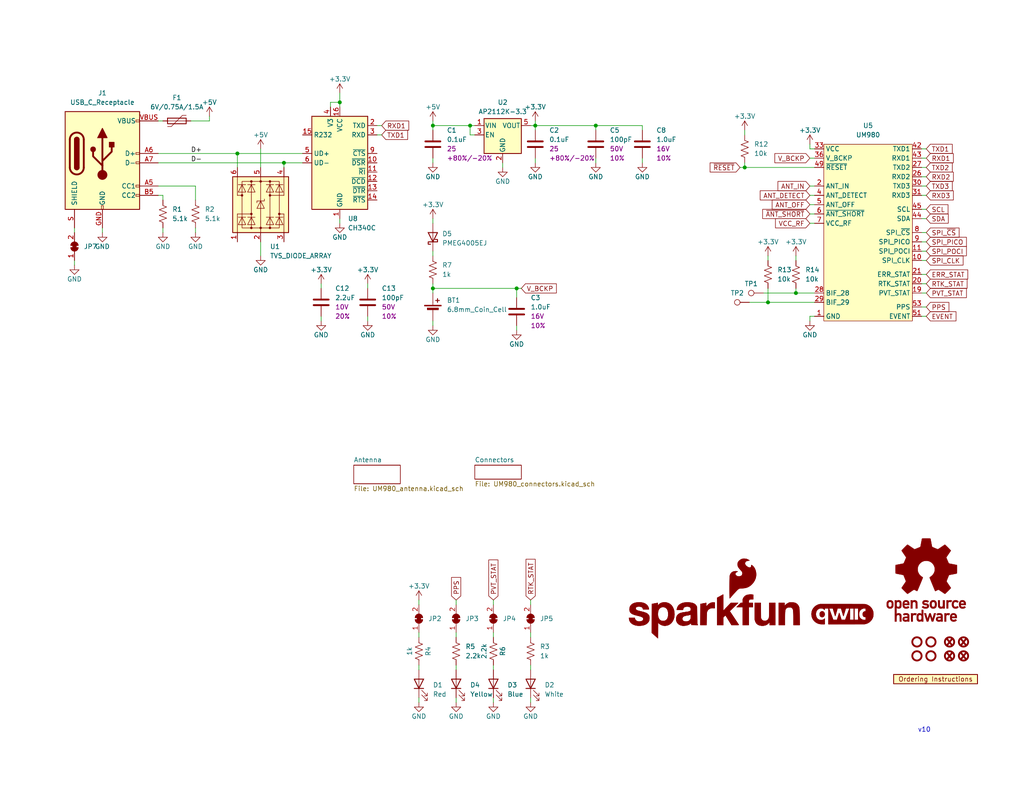
<source format=kicad_sch>
(kicad_sch (version 20230121) (generator eeschema)
  (paper "USLetter")
  (lib_symbols
    (symbol "SparkFun-Aesthetic:Fiducial_0.5"
      (symbol "Fiducial_0.5_1_1"
        (text "x" (at 0 0.254 0) (effects (font (size 2.5 2.5) bold)))
      )
    )
    (symbol "SparkFun-Aesthetic:OSHW_Logo" (pin_names (offset 1.016)) (in_bom no))
    (symbol "SparkFun-Aesthetic:Ordering_Instructions"
      (symbol "Ordering_Instructions_1_1"
        (text "Ordering Instructions" (at 1.27 0 0) (effects (font (size 1.27 1.27))))
      )
    )
    (symbol "SparkFun-Aesthetic:SparkFun_Logo" (pin_names (offset 1.016)))
    (symbol "SparkFun-Aesthetic:qwiic_Logo" (pin_names (offset 1.016)))
    (symbol "SparkFun-Battery:BATTERY_6.8mm_ML414H_IV01E" (pin_numbers hide) (pin_names (offset 0) hide)
      (property "Reference" "BT" (at 2.54 2.54 0))
      (property "Value" "6.8mm_Coin_Cell" (at 2.54 0 0))
      (symbol "BATTERY_6.8mm_ML414H_IV01E_1_1"
        (pin passive line (at 0 5.08 270) (length 2.54) (name "+") (number "+"))
        (pin passive line (at 0 -2.54 90) (length 2.54) (name "-") (number "-"))
      )
    )
    (symbol "SparkFun-Capacitor:0.1uF_0603_25V_20%" (pin_numbers hide) (pin_names (offset 0.254))
      (property "Reference" "C" (at 0.635 2.54 0))
      (property "Value" "0.1uF_0603_25V_20%" (at 0.635 -2.54 0))
      (property "Voltage" "25" (at 0 -6.35 0))
      (property "Tolerance" "+80%/-20%" (at 0 -8.89 0))
      (symbol "0.1uF_0603_25V_20%_1_1"
        (pin passive line (at 0 3.81 270) (length 2.794) (name "~") (number "1"))
        (pin passive line (at 0 -3.81 90) (length 2.794) (name "~") (number "2"))
      )
    )
    (symbol "SparkFun-Capacitor:1.0uF_0603_16V_10%" (pin_numbers hide) (pin_names (offset 0.254))
      (property "Reference" "C" (at 0.635 2.54 0))
      (property "Value" "1.0uF" (at 0.635 -2.54 0))
      (property "Voltage" "16V" (at 0 -6.35 0))
      (property "Tolerance" "10%" (at 0 -8.89 0))
      (symbol "1.0uF_0603_16V_10%_1_1"
        (pin passive line (at 0 3.81 270) (length 2.794) (name "~") (number "1"))
        (pin passive line (at 0 -3.81 90) (length 2.794) (name "~") (number "2"))
      )
    )
    (symbol "SparkFun-Capacitor:100pF_0603_50V_10%" (pin_numbers hide) (pin_names (offset 0.254))
      (property "Reference" "C" (at 0.635 2.54 0))
      (property "Value" "100pF" (at 0.635 -2.54 0))
      (property "Voltage" "50V" (at 0 -8.89 0))
      (property "Tolerance" "10%" (at 0 -6.35 0))
      (symbol "100pF_0603_50V_10%_1_1"
        (pin passive line (at 0 3.81 270) (length 2.794) (name "~") (number "1"))
        (pin passive line (at 0 -3.81 90) (length 2.794) (name "~") (number "2"))
      )
    )
    (symbol "SparkFun-Capacitor:2.2uF_0603_10V_20%" (pin_numbers hide) (pin_names (offset 0.254))
      (property "Reference" "C" (at 0.635 2.54 0))
      (property "Value" "2.2uF" (at 0.635 -2.54 0))
      (property "Voltage" "10V" (at 0 -6.35 0))
      (property "Tolerance" "20%" (at 0 -8.89 0))
      (symbol "2.2uF_0603_10V_20%_1_1"
        (pin passive line (at 0 3.81 270) (length 2.794) (name "~") (number "1"))
        (pin passive line (at 0 -3.81 90) (length 2.794) (name "~") (number "2"))
      )
    )
    (symbol "SparkFun-Connector:TestPoint_PTH" (pin_numbers hide) (pin_names (offset 0.762) hide)
      (property "Reference" "TP" (at 0 5.08 0))
      (symbol "TestPoint_PTH_1_1"
        (pin passive line (at 0 0 90) (length 2.54) (name "1") (number "1"))
      )
    )
    (symbol "SparkFun-Connector:USB_C_Receptacle" (pin_names (offset 1.016))
      (property "Reference" "J" (at -10.16 12.7 0))
      (property "Value" "USB_C_Receptacle" (at 19.05 12.7 0))
      (symbol "USB_C_Receptacle_1_1"
        (pin bidirectional line (at 15.24 -8.89 180) (length 5.08) (name "CC1") (number "A5"))
        (pin bidirectional line (at 15.24 0 180) (length 5.08) (name "D+") (number "A6"))
        (pin bidirectional line (at 15.24 -2.54 180) (length 5.08) (name "D-") (number "A7"))
        (pin bidirectional line (at 15.24 -11.43 180) (length 5.08) (name "CC2") (number "B5"))
        (pin bidirectional line (at 15.24 0 180) (length 5.08) hide (name "D+") (number "B6"))
        (pin bidirectional line (at 15.24 -2.54 180) (length 5.08) hide (name "D-") (number "B7"))
        (pin passive line (at 0 -20.32 90) (length 5.08) (name "GND") (number "GND"))
        (pin passive line (at -7.62 -20.32 90) (length 5.08) (name "SHIELD") (number "S"))
        (pin passive line (at 15.24 8.89 180) (length 5.08) (name "VBUS") (number "VBUS"))
      )
    )
    (symbol "SparkFun-DiscreteSemi:Diode_Schottky_0.5A_40V_0.42V" (pin_numbers hide) (pin_names (offset 1.016) hide)
      (property "Reference" "D" (at 0 2.54 0))
      (property "Value" "PMEG4005EJ" (at 0 -2.54 0))
      (symbol "Diode_Schottky_0.5A_40V_0.42V_1_1"
        (pin passive line (at 3.81 0 180) (length 2.54) (name "A") (number "A"))
        (pin passive line (at -3.81 0 0) (length 2.54) (name "C") (number "C"))
      )
    )
    (symbol "SparkFun-DiscreteSemi:TVS_DIODE_ARRAY" (pin_names hide)
      (property "Reference" "U" (at 2.54 7.62 0))
      (property "Value" "TVS_DIODE_ARRAY" (at 7.62 -10.16 0))
      (symbol "TVS_DIODE_ARRAY_1_1"
        (pin passive line (at -6.35 -11.43 90) (length 2.54) (name "I/O1") (number "1"))
        (pin passive line (at 0 -11.43 90) (length 2.54) (name "GND") (number "2"))
        (pin passive line (at 6.35 -11.43 90) (length 2.54) (name "I/O2") (number "3"))
        (pin passive line (at 6.35 8.89 270) (length 2.54) (name "I/O3") (number "4"))
        (pin passive line (at 0 8.89 270) (length 2.54) (name "VCC") (number "5"))
        (pin passive line (at -6.35 8.89 270) (length 2.54) (name "I/O4") (number "6"))
      )
    )
    (symbol "SparkFun-Fuse:Fuse 6V/0.75A/1.5A" (pin_numbers hide) (pin_names (offset 0))
      (property "Reference" "F" (at -2.54 0 90))
      (property "Value" "6V/0.75A/1.5A" (at 2.54 0 90))
      (symbol "Fuse 6V/0.75A/1.5A_1_1"
        (pin passive line (at 0 3.81 270) (length 1.27) (name "~") (number "1"))
        (pin passive line (at 0 -3.81 90) (length 1.27) (name "~") (number "2"))
      )
    )
    (symbol "SparkFun-GPS:UM980"
      (property "Reference" "U" (at -11.43 24.13 0))
      (property "Value" "UM980" (at -8.89 -26.67 0))
      (symbol "UM980_1_1"
        (pin power_in line (at -15.24 -24.13 0) (length 2.54) (name "GND") (number "1"))
        (pin input line (at 13.97 -8.89 180) (length 2.54) (name "SPI_CLK") (number "10"))
        (pin power_in line (at -15.24 -24.13 0) (length 2.54) hide (name "GND") (number "100"))
        (pin power_in line (at -15.24 -24.13 0) (length 2.54) hide (name "GND") (number "101"))
        (pin power_in line (at -15.24 -24.13 0) (length 2.54) hide (name "GND") (number "102"))
        (pin output line (at 13.97 -6.35 180) (length 2.54) (name "SPI_POCI") (number "11"))
        (pin power_in line (at -15.24 -24.13 0) (length 2.54) hide (name "GND") (number "12"))
        (pin power_in line (at -15.24 -24.13 0) (length 2.54) hide (name "GND") (number "14"))
        (pin output line (at 13.97 -17.78 180) (length 2.54) (name "PVT_STAT") (number "19"))
        (pin input line (at -15.24 11.43 0) (length 2.54) (name "ANT_IN") (number "2"))
        (pin output line (at 13.97 -15.24 180) (length 2.54) (name "RTK_STAT") (number "20"))
        (pin output line (at 13.97 -12.7 180) (length 2.54) (name "ERR_STAT") (number "21"))
        (pin input line (at 13.97 13.97 180) (length 2.54) (name "RXD2") (number "26"))
        (pin output line (at 13.97 16.51 180) (length 2.54) (name "TXD2") (number "27"))
        (pin output line (at -15.24 -17.78 0) (length 2.54) (name "BIF_28") (number "28"))
        (pin output line (at -15.24 -20.32 0) (length 2.54) (name "BIF_29") (number "29"))
        (pin power_in line (at -15.24 -24.13 0) (length 2.54) hide (name "GND") (number "3"))
        (pin output line (at 13.97 11.43 180) (length 2.54) (name "TXD3") (number "30"))
        (pin input line (at 13.97 8.89 180) (length 2.54) (name "RXD3") (number "31"))
        (pin power_in line (at -15.24 -24.13 0) (length 2.54) hide (name "GND") (number "32"))
        (pin power_in line (at -15.24 21.59 0) (length 2.54) (name "VCC") (number "33"))
        (pin power_in line (at -15.24 21.59 0) (length 2.54) hide (name "VCC") (number "34"))
        (pin power_in line (at -15.24 19.05 0) (length 2.54) (name "V_BCKP") (number "36"))
        (pin power_in line (at -15.24 -24.13 0) (length 2.54) hide (name "GND") (number "37"))
        (pin input line (at -15.24 8.89 0) (length 2.54) (name "ANT_DETECT") (number "4"))
        (pin power_in line (at -15.24 -24.13 0) (length 2.54) hide (name "GND") (number "41"))
        (pin output line (at 13.97 21.59 180) (length 2.54) (name "TXD1") (number "42"))
        (pin input line (at 13.97 19.05 180) (length 2.54) (name "RXD1") (number "43"))
        (pin bidirectional line (at 13.97 2.54 180) (length 2.54) (name "SDA") (number "44"))
        (pin bidirectional line (at 13.97 5.08 180) (length 2.54) (name "SCL") (number "45"))
        (pin power_in line (at -15.24 -24.13 0) (length 2.54) hide (name "GND") (number "48"))
        (pin bidirectional line (at -15.24 16.51 0) (length 2.54) (name "~{RESET}") (number "49"))
        (pin output line (at -15.24 6.35 0) (length 2.54) (name "ANT_OFF") (number "5"))
        (pin input line (at 13.97 -24.13 180) (length 2.54) (name "EVENT") (number "51"))
        (pin output line (at 13.97 -21.59 180) (length 2.54) (name "PPS") (number "53"))
        (pin power_in line (at -15.24 -24.13 0) (length 2.54) hide (name "GND") (number "55"))
        (pin power_in line (at -15.24 -24.13 0) (length 2.54) hide (name "GND") (number "56"))
        (pin power_in line (at -15.24 -24.13 0) (length 2.54) hide (name "GND") (number "57"))
        (pin power_in line (at -15.24 -24.13 0) (length 2.54) hide (name "GND") (number "58"))
        (pin power_in line (at -15.24 -24.13 0) (length 2.54) hide (name "GND") (number "59"))
        (pin input line (at -15.24 3.81 0) (length 2.54) (name "~{ANT_SHORT}") (number "6"))
        (pin power_in line (at -15.24 -24.13 0) (length 2.54) hide (name "GND") (number "60"))
        (pin power_in line (at -15.24 -24.13 0) (length 2.54) hide (name "GND") (number "61"))
        (pin power_in line (at -15.24 -24.13 0) (length 2.54) hide (name "GND") (number "62"))
        (pin power_in line (at -15.24 -24.13 0) (length 2.54) hide (name "GND") (number "63"))
        (pin power_in line (at -15.24 -24.13 0) (length 2.54) hide (name "GND") (number "64"))
        (pin power_in line (at -15.24 -24.13 0) (length 2.54) hide (name "GND") (number "65"))
        (pin power_in line (at -15.24 -24.13 0) (length 2.54) hide (name "GND") (number "66"))
        (pin power_in line (at -15.24 -24.13 0) (length 2.54) hide (name "GND") (number "67"))
        (pin power_in line (at -15.24 -24.13 0) (length 2.54) hide (name "GND") (number "68"))
        (pin power_in line (at -15.24 -24.13 0) (length 2.54) hide (name "GND") (number "69"))
        (pin power_out line (at -15.24 1.27 0) (length 2.54) (name "VCC_RF") (number "7"))
        (pin power_in line (at -15.24 -24.13 0) (length 2.54) hide (name "GND") (number "70"))
        (pin power_in line (at -15.24 -24.13 0) (length 2.54) hide (name "GND") (number "71"))
        (pin power_in line (at -15.24 -24.13 0) (length 2.54) hide (name "GND") (number "72"))
        (pin power_in line (at -15.24 -24.13 0) (length 2.54) hide (name "GND") (number "73"))
        (pin power_in line (at -15.24 -24.13 0) (length 2.54) hide (name "GND") (number "74"))
        (pin power_in line (at -15.24 -24.13 0) (length 2.54) hide (name "GND") (number "75"))
        (pin power_in line (at -15.24 -24.13 0) (length 2.54) hide (name "GND") (number "76"))
        (pin power_in line (at -15.24 -24.13 0) (length 2.54) hide (name "GND") (number "77"))
        (pin power_in line (at -15.24 -24.13 0) (length 2.54) hide (name "GND") (number "78"))
        (pin power_in line (at -15.24 -24.13 0) (length 2.54) hide (name "GND") (number "79"))
        (pin input line (at 13.97 -1.27 180) (length 2.54) (name "SPI_~{CS}") (number "8"))
        (pin power_in line (at -15.24 -24.13 0) (length 2.54) hide (name "GND") (number "80"))
        (pin power_in line (at -15.24 -24.13 0) (length 2.54) hide (name "GND") (number "81"))
        (pin power_in line (at -15.24 -24.13 0) (length 2.54) hide (name "GND") (number "82"))
        (pin power_in line (at -15.24 -24.13 0) (length 2.54) hide (name "GND") (number "83"))
        (pin power_in line (at -15.24 -24.13 0) (length 2.54) hide (name "GND") (number "84"))
        (pin power_in line (at -15.24 -24.13 0) (length 2.54) hide (name "GND") (number "85"))
        (pin power_in line (at -15.24 -24.13 0) (length 2.54) hide (name "GND") (number "86"))
        (pin power_in line (at -15.24 -24.13 0) (length 2.54) hide (name "GND") (number "87"))
        (pin power_in line (at -15.24 -24.13 0) (length 2.54) hide (name "GND") (number "88"))
        (pin power_in line (at -15.24 -24.13 0) (length 2.54) hide (name "GND") (number "89"))
        (pin input line (at 13.97 -3.81 180) (length 2.54) (name "SPI_PICO") (number "9"))
        (pin power_in line (at -15.24 -24.13 0) (length 2.54) hide (name "GND") (number "90"))
        (pin power_in line (at -15.24 -24.13 0) (length 2.54) hide (name "GND") (number "91"))
        (pin power_in line (at -15.24 -24.13 0) (length 2.54) hide (name "GND") (number "92"))
        (pin power_in line (at -15.24 -24.13 0) (length 2.54) hide (name "GND") (number "93"))
        (pin power_in line (at -15.24 -24.13 0) (length 2.54) hide (name "GND") (number "94"))
        (pin power_in line (at -15.24 -24.13 0) (length 2.54) hide (name "GND") (number "95"))
        (pin power_in line (at -15.24 -24.13 0) (length 2.54) hide (name "GND") (number "96"))
        (pin power_in line (at -15.24 -24.13 0) (length 2.54) hide (name "GND") (number "97"))
        (pin power_in line (at -15.24 -24.13 0) (length 2.54) hide (name "GND") (number "98"))
        (pin power_in line (at -15.24 -24.13 0) (length 2.54) hide (name "GND") (number "99"))
      )
    )
    (symbol "SparkFun-Hardware:Stand_off")
    (symbol "SparkFun-IC-Comm:CH340C"
      (property "Reference" "U2" (at 2.1941 -15.24 0))
      (property "Value" "CH340C" (at 2.1941 -17.78 0))
      (symbol "CH340C_1_1"
        (pin power_in line (at 0 -15.24 90) (length 2.54) (name "GND") (number "1"))
        (pin input line (at 10.16 0 180) (length 2.54) (name "~{DSR}") (number "10"))
        (pin input line (at 10.16 -2.54 180) (length 2.54) (name "~{RI}") (number "11"))
        (pin input line (at 10.16 -5.08 180) (length 2.54) (name "~{DCD}") (number "12"))
        (pin output line (at 10.16 -7.62 180) (length 2.54) (name "~{DTR}") (number "13"))
        (pin output line (at 10.16 -10.16 180) (length 2.54) (name "~{RTS}") (number "14"))
        (pin input line (at -10.16 7.62 0) (length 2.54) (name "R232") (number "15"))
        (pin power_in line (at 0 15.24 270) (length 2.54) (name "VCC") (number "16"))
        (pin output line (at 10.16 10.16 180) (length 2.54) (name "TXD") (number "2"))
        (pin input line (at 10.16 7.62 180) (length 2.54) (name "RXD") (number "3"))
        (pin passive line (at -2.54 15.24 270) (length 2.54) (name "V3") (number "4"))
        (pin bidirectional line (at -10.16 2.54 0) (length 2.54) (name "UD+") (number "5"))
        (pin bidirectional line (at -10.16 0 0) (length 2.54) (name "UD-") (number "6"))
        (pin no_connect line (at -7.62 -7.62 0) (length 2.54) hide (name "NC") (number "7"))
        (pin no_connect line (at -7.62 -10.16 0) (length 2.54) hide (name "NC") (number "8"))
        (pin input line (at 10.16 2.54 180) (length 2.54) (name "~{CTS}") (number "9"))
      )
    )
    (symbol "SparkFun-Jumper:SolderJumper_2_Bridged" (pin_names (offset 0) hide)
      (property "Reference" "JP" (at 0 2.032 0))
      (symbol "SolderJumper_2_Bridged_1_1"
        (pin passive line (at -3.81 0 0) (length 2.54) (name "A") (number "1"))
        (pin passive line (at 3.81 0 180) (length 2.54) (name "B") (number "2"))
      )
    )
    (symbol "SparkFun-LED:LED_Blue_0603" (pin_numbers hide) (pin_names (offset 1.016) hide)
      (property "Reference" "D" (at 0 2.54 0))
      (property "Value" "Blue" (at 0 -2.54 0))
      (symbol "LED_Blue_0603_1_1"
        (pin passive line (at -3.81 0 0) (length 2.54) (name "K") (number "1"))
        (pin passive line (at 3.81 0 180) (length 2.54) (name "A") (number "2"))
      )
    )
    (symbol "SparkFun-LED:LED_Red_0603" (pin_numbers hide) (pin_names (offset 1.016) hide)
      (property "Reference" "D" (at 0 2.54 0))
      (property "Value" "Red" (at 0 -2.54 0))
      (symbol "LED_Red_0603_1_1"
        (pin passive line (at -3.81 0 0) (length 2.54) (name "K") (number "1"))
        (pin passive line (at 3.81 0 180) (length 2.54) (name "A") (number "2"))
      )
    )
    (symbol "SparkFun-LED:LED_White_0603" (pin_numbers hide) (pin_names (offset 1.016) hide)
      (property "Reference" "D" (at 0 2.54 0))
      (property "Value" "White" (at 0 -2.54 0))
      (symbol "LED_White_0603_1_1"
        (pin passive line (at -3.81 0 0) (length 2.54) (name "K") (number "1"))
        (pin passive line (at 3.81 0 180) (length 2.54) (name "A") (number "2"))
      )
    )
    (symbol "SparkFun-LED:LED_Yellow_0603" (pin_numbers hide) (pin_names (offset 1.016) hide)
      (property "Reference" "D" (at 0 2.54 0))
      (property "Value" "Yellow" (at 0 -2.54 0))
      (symbol "LED_Yellow_0603_1_1"
        (pin passive line (at -3.81 0 0) (length 2.54) (name "K") (number "1"))
        (pin passive line (at 3.81 0 180) (length 2.54) (name "A") (number "2"))
      )
    )
    (symbol "SparkFun-Regulator:AP2112K-3.3" (pin_names (offset 0.254))
      (property "Reference" "U3" (at 0 8.89 0))
      (property "Value" "AP2112K-3.3" (at 0 6.35 0))
      (symbol "AP2112K-3.3_1_1"
        (pin power_in line (at -7.62 2.54 0) (length 2.54) (name "VIN") (number "1"))
        (pin power_in line (at 0 -7.62 90) (length 2.54) (name "GND") (number "2"))
        (pin input line (at -7.62 0 0) (length 2.54) (name "EN") (number "3"))
        (pin no_connect line (at 5.08 0 180) (length 2.54) hide (name "NC") (number "4"))
        (pin power_out line (at 7.62 2.54 180) (length 2.54) (name "VOUT") (number "5"))
      )
    )
    (symbol "SparkFun-Resistor:10k_0603" (pin_numbers hide) (pin_names (offset 0))
      (property "Reference" "R" (at 2.54 0 90))
      (property "Value" "10k" (at -2.54 0 90))
      (symbol "10k_0603_1_1"
        (pin passive line (at 0 3.81 270) (length 1.27) (name "~") (number "1"))
        (pin passive line (at 0 -3.81 90) (length 1.27) (name "~") (number "2"))
      )
    )
    (symbol "SparkFun-Resistor:1k_0603" (pin_numbers hide) (pin_names (offset 0))
      (property "Reference" "R" (at 2.54 0 90))
      (property "Value" "1k" (at -2.54 0 90))
      (symbol "1k_0603_1_1"
        (pin passive line (at 0 3.81 270) (length 1.27) (name "~") (number "1"))
        (pin passive line (at 0 -3.81 90) (length 1.27) (name "~") (number "2"))
      )
    )
    (symbol "SparkFun-Resistor:2.2k_0603" (pin_numbers hide) (pin_names (offset 0))
      (property "Reference" "R" (at 2.54 0 90))
      (property "Value" "2.2k" (at -2.54 0 90))
      (symbol "2.2k_0603_1_1"
        (pin passive line (at 0 3.81 270) (length 1.27) (name "~") (number "1"))
        (pin passive line (at 0 -3.81 90) (length 1.27) (name "~") (number "2"))
      )
    )
    (symbol "SparkFun-Resistor:5.1k_0603" (pin_numbers hide) (pin_names (offset 0))
      (property "Reference" "R" (at 2.54 0 90))
      (property "Value" "5.1k" (at -2.54 0 90))
      (symbol "5.1k_0603_1_1"
        (pin passive line (at 0 3.81 270) (length 1.27) (name "~") (number "1"))
        (pin passive line (at 0 -3.81 90) (length 1.27) (name "~") (number "2"))
      )
    )
    (symbol "power:+3.3V" (power) (pin_names (offset 0))
      (property "Value" "+3.3V" (at 0 3.556 0))
      (symbol "+3.3V_1_1"
        (pin power_in line (at 0 0 90) (length 0) hide (name "+3.3V") (number "1"))
      )
    )
    (symbol "power:+5V" (power) (pin_names (offset 0))
      (property "Value" "+5V" (at 0 3.556 0))
      (symbol "+5V_1_1"
        (pin power_in line (at 0 0 90) (length 0) hide (name "+5V") (number "1"))
      )
    )
    (symbol "power:GND" (power) (pin_names (offset 0))
      (property "Value" "GND" (at 0 -3.81 0))
      (symbol "GND_1_1"
        (pin power_in line (at 0 0 270) (length 0) hide (name "GND") (number "1"))
      )
    )
  )
  (junction (at 128.27 34.29))
  (junction (at 64.77 41.91))
  (junction (at 162.56 34.29))
  (junction (at 118.11 34.29))
  (junction (at 92.71 27.94))
  (junction (at 146.05 34.29))
  (junction (at 140.97 78.74))
  (junction (at 118.11 78.74))
  (junction (at 77.47 44.45))
  (junction (at 209.55 82.55))
  (junction (at 203.2 45.72))
  (junction (at 217.17 80.01))
  (wire (pts (xy 251.46 48.26) (xy 252.73 48.26)))
  (wire (pts (xy 144.78 173.99) (xy 144.78 172.72)))
  (wire (pts (xy 43.18 33.02) (xy 44.45 33.02)))
  (wire (pts (xy 251.46 83.82) (xy 252.73 83.82)))
  (wire (pts (xy 251.46 71.12) (xy 252.73 71.12)))
  (wire (pts (xy 146.05 34.29) (xy 162.56 34.29)))
  (wire (pts (xy 77.47 44.45) (xy 77.47 45.72)))
  (wire (pts (xy 77.47 44.45) (xy 82.55 44.45)))
  (wire (pts (xy 87.63 86.36) (xy 87.63 87.63)))
  (wire (pts (xy 220.98 53.34) (xy 222.25 53.34)))
  (wire (pts (xy 114.3 190.5) (xy 114.3 191.77)))
  (wire (pts (xy 146.05 33.02) (xy 146.05 34.29)))
  (wire (pts (xy 175.26 43.18) (xy 175.26 44.45)))
  (wire (pts (xy 251.46 77.47) (xy 252.73 77.47)))
  (wire (pts (xy 102.87 34.29) (xy 104.14 34.29)))
  (wire (pts (xy 146.05 34.29) (xy 146.05 35.56)))
  (wire (pts (xy 251.46 68.58) (xy 252.73 68.58)))
  (wire (pts (xy 129.54 36.83) (xy 128.27 36.83)))
  (wire (pts (xy 118.11 43.18) (xy 118.11 44.45)))
  (wire (pts (xy 220.98 43.18) (xy 222.25 43.18)))
  (wire (pts (xy 44.45 53.34) (xy 44.45 54.61)))
  (wire (pts (xy 90.17 27.94) (xy 92.71 27.94)))
  (wire (pts (xy 220.98 60.96) (xy 222.25 60.96)))
  (wire (pts (xy 52.07 33.02) (xy 57.15 33.02)))
  (wire (pts (xy 92.71 59.69) (xy 92.71 60.96)))
  (wire (pts (xy 144.78 190.5) (xy 144.78 191.77)))
  (wire (pts (xy 251.46 50.8) (xy 252.73 50.8)))
  (wire (pts (xy 114.3 182.88) (xy 114.3 181.61)))
  (wire (pts (xy 134.62 173.99) (xy 134.62 172.72)))
  (wire (pts (xy 43.18 53.34) (xy 44.45 53.34)))
  (wire (pts (xy 118.11 77.47) (xy 118.11 78.74)))
  (wire (pts (xy 220.98 55.88) (xy 222.25 55.88)))
  (wire (pts (xy 44.45 62.23) (xy 44.45 63.5)))
  (wire (pts (xy 118.11 88.9) (xy 118.11 87.63)))
  (wire (pts (xy 251.46 63.5) (xy 252.73 63.5)))
  (wire (pts (xy 114.3 173.99) (xy 114.3 172.72)))
  (wire (pts (xy 118.11 78.74) (xy 140.97 78.74)))
  (wire (pts (xy 220.98 58.42) (xy 222.25 58.42)))
  (wire (pts (xy 140.97 88.9) (xy 140.97 90.17)))
  (wire (pts (xy 53.34 62.23) (xy 53.34 63.5)))
  (wire (pts (xy 64.77 41.91) (xy 82.55 41.91)))
  (wire (pts (xy 144.78 182.88) (xy 144.78 181.61)))
  (wire (pts (xy 217.17 69.85) (xy 217.17 71.12)))
  (wire (pts (xy 162.56 43.18) (xy 162.56 44.45)))
  (wire (pts (xy 92.71 27.94) (xy 92.71 29.21)))
  (wire (pts (xy 137.16 44.45) (xy 137.16 45.72)))
  (wire (pts (xy 87.63 78.74) (xy 87.63 77.47)))
  (wire (pts (xy 217.17 80.01) (xy 222.25 80.01)))
  (wire (pts (xy 71.12 40.64) (xy 71.12 45.72)))
  (wire (pts (xy 251.46 45.72) (xy 252.73 45.72)))
  (wire (pts (xy 251.46 86.36) (xy 252.73 86.36)))
  (wire (pts (xy 64.77 41.91) (xy 64.77 45.72)))
  (wire (pts (xy 118.11 33.02) (xy 118.11 34.29)))
  (wire (pts (xy 220.98 39.37) (xy 220.98 40.64)))
  (wire (pts (xy 251.46 57.15) (xy 252.73 57.15)))
  (wire (pts (xy 118.11 59.69) (xy 118.11 60.96)))
  (wire (pts (xy 209.55 69.85) (xy 209.55 71.12)))
  (wire (pts (xy 53.34 50.8) (xy 53.34 54.61)))
  (wire (pts (xy 118.11 68.58) (xy 118.11 69.85)))
  (wire (pts (xy 251.46 59.69) (xy 252.73 59.69)))
  (wire (pts (xy 100.33 86.36) (xy 100.33 87.63)))
  (wire (pts (xy 43.18 50.8) (xy 53.34 50.8)))
  (wire (pts (xy 118.11 34.29) (xy 128.27 34.29)))
  (wire (pts (xy 92.71 25.4) (xy 92.71 27.94)))
  (wire (pts (xy 203.2 44.45) (xy 203.2 45.72)))
  (wire (pts (xy 27.94 62.23) (xy 27.94 63.5)))
  (wire (pts (xy 114.3 163.83) (xy 114.3 165.1)))
  (wire (pts (xy 128.27 34.29) (xy 128.27 36.83)))
  (wire (pts (xy 20.32 63.5) (xy 20.32 62.23)))
  (wire (pts (xy 251.46 74.93) (xy 252.73 74.93)))
  (wire (pts (xy 124.46 190.5) (xy 124.46 191.77)))
  (wire (pts (xy 124.46 163.83) (xy 124.46 165.1)))
  (wire (pts (xy 162.56 34.29) (xy 162.56 35.56)))
  (wire (pts (xy 100.33 78.74) (xy 100.33 77.47)))
  (wire (pts (xy 251.46 53.34) (xy 252.73 53.34)))
  (wire (pts (xy 251.46 66.04) (xy 252.73 66.04)))
  (wire (pts (xy 134.62 163.83) (xy 134.62 165.1)))
  (wire (pts (xy 175.26 34.29) (xy 175.26 35.56)))
  (wire (pts (xy 208.28 80.01) (xy 217.17 80.01)))
  (wire (pts (xy 20.32 72.39) (xy 20.32 71.12)))
  (wire (pts (xy 90.17 29.21) (xy 90.17 27.94)))
  (wire (pts (xy 134.62 190.5) (xy 134.62 191.77)))
  (wire (pts (xy 222.25 40.64) (xy 220.98 40.64)))
  (wire (pts (xy 144.78 34.29) (xy 146.05 34.29)))
  (wire (pts (xy 71.12 66.04) (xy 71.12 69.85)))
  (wire (pts (xy 251.46 43.18) (xy 252.73 43.18)))
  (wire (pts (xy 209.55 82.55) (xy 209.55 78.74)))
  (wire (pts (xy 220.98 86.36) (xy 220.98 87.63)))
  (wire (pts (xy 102.87 36.83) (xy 104.14 36.83)))
  (wire (pts (xy 217.17 78.74) (xy 217.17 80.01)))
  (wire (pts (xy 118.11 78.74) (xy 118.11 80.01)))
  (wire (pts (xy 201.93 45.72) (xy 203.2 45.72)))
  (wire (pts (xy 128.27 34.29) (xy 129.54 34.29)))
  (wire (pts (xy 134.62 182.88) (xy 134.62 181.61)))
  (wire (pts (xy 43.18 41.91) (xy 64.77 41.91)))
  (wire (pts (xy 124.46 173.99) (xy 124.46 172.72)))
  (wire (pts (xy 144.78 163.83) (xy 144.78 165.1)))
  (wire (pts (xy 57.15 31.75) (xy 57.15 33.02)))
  (wire (pts (xy 162.56 34.29) (xy 175.26 34.29)))
  (wire (pts (xy 118.11 34.29) (xy 118.11 35.56)))
  (wire (pts (xy 251.46 80.01) (xy 252.73 80.01)))
  (wire (pts (xy 222.25 86.36) (xy 220.98 86.36)))
  (wire (pts (xy 209.55 82.55) (xy 222.25 82.55)))
  (wire (pts (xy 124.46 182.88) (xy 124.46 181.61)))
  (wire (pts (xy 140.97 78.74) (xy 142.24 78.74)))
  (wire (pts (xy 220.98 50.8) (xy 222.25 50.8)))
  (wire (pts (xy 203.2 45.72) (xy 222.25 45.72)))
  (wire (pts (xy 203.2 35.56) (xy 203.2 36.83)))
  (wire (pts (xy 204.47 82.55) (xy 209.55 82.55)))
  (wire (pts (xy 251.46 40.64) (xy 252.73 40.64)))
  (wire (pts (xy 140.97 78.74) (xy 140.97 81.28)))
  (wire (pts (xy 146.05 43.18) (xy 146.05 44.45)))
  (wire (pts (xy 43.18 44.45) (xy 77.47 44.45)))
  (text "v10" (at 250.411 200.1093 0) (effects (font (size 1.27 1.27)) (justify left bottom)))
  (label "D+" (at 52.0636 41.91 0))
  (label "D-" (at 52.07 44.45 0))
  (global_label "RXD3" (shape input) (at 252.73 53.34 0) (property "Intersheetrefs" "${INTERSHEET_REFS}" (effects hide)))
  (global_label "TXD2" (shape input) (at 252.73 45.72 0) (property "Intersheetrefs" "${INTERSHEET_REFS}" (effects hide)))
  (global_label "SPI_CLK" (shape input) (at 252.73 71.12 0) (property "Intersheetrefs" "${INTERSHEET_REFS}" (effects hide)))
  (global_label "RXD2" (shape input) (at 252.73 48.26 0) (property "Intersheetrefs" "${INTERSHEET_REFS}" (effects hide)))
  (global_label "PVT_STAT" (shape input) (at 134.62 163.83 90) (property "Intersheetrefs" "${INTERSHEET_REFS}" (effects hide)))
  (global_label "ANT_IN" (shape input) (at 220.98 50.8 180) (property "Intersheetrefs" "${INTERSHEET_REFS}" (effects hide)))
  (global_label "TXD1" (shape input) (at 252.73 40.64 0) (property "Intersheetrefs" "${INTERSHEET_REFS}" (effects hide)))
  (global_label "ANT_DETECT" (shape input) (at 220.98 53.34 180) (property "Intersheetrefs" "${INTERSHEET_REFS}" (effects hide)))
  (global_label "SPI_POCI" (shape input) (at 252.73 68.58 0) (property "Intersheetrefs" "${INTERSHEET_REFS}" (effects hide)))
  (global_label "SPI_PICO" (shape input) (at 252.73 66.04 0) (property "Intersheetrefs" "${INTERSHEET_REFS}" (effects hide)))
  (global_label "VCC_RF" (shape input) (at 220.98 60.96 180) (property "Intersheetrefs" "${INTERSHEET_REFS}" (effects hide)))
  (global_label "RTK_STAT" (shape input) (at 252.73 77.47 0) (property "Intersheetrefs" "${INTERSHEET_REFS}" (effects hide)))
  (global_label "RTK_STAT" (shape input) (at 144.78 163.83 90) (property "Intersheetrefs" "${INTERSHEET_REFS}" (effects hide)))
  (global_label "RXD1" (shape input) (at 252.73 43.18 0) (property "Intersheetrefs" "${INTERSHEET_REFS}" (effects hide)))
  (global_label "~{RESET}" (shape input) (at 201.93 45.72 180) (property "Intersheetrefs" "${INTERSHEET_REFS}" (effects hide)))
  (global_label "EVENT" (shape input) (at 252.73 86.36 0) (property "Intersheetrefs" "${INTERSHEET_REFS}" (effects hide)))
  (global_label "SDA" (shape input) (at 252.73 59.69 0) (property "Intersheetrefs" "${INTERSHEET_REFS}" (effects hide)))
  (global_label "PVT_STAT" (shape input) (at 252.73 80.01 0) (property "Intersheetrefs" "${INTERSHEET_REFS}" (effects hide)))
  (global_label "TXD1" (shape input) (at 104.14 36.83 0) (property "Intersheetrefs" "${INTERSHEET_REFS}" (effects hide)))
  (global_label "RXD1" (shape input) (at 104.14 34.29 0) (property "Intersheetrefs" "${INTERSHEET_REFS}" (effects hide)))
  (global_label "V_BCKP" (shape input) (at 220.98 43.18 180) (property "Intersheetrefs" "${INTERSHEET_REFS}" (effects hide)))
  (global_label "SCL" (shape input) (at 252.73 57.15 0) (property "Intersheetrefs" "${INTERSHEET_REFS}" (effects hide)))
  (global_label "TXD3" (shape input) (at 252.73 50.8 0) (property "Intersheetrefs" "${INTERSHEET_REFS}" (effects hide)))
  (global_label "PPS" (shape input) (at 252.73 83.82 0) (property "Intersheetrefs" "${INTERSHEET_REFS}" (effects hide)))
  (global_label "ERR_STAT" (shape input) (at 252.73 74.93 0) (property "Intersheetrefs" "${INTERSHEET_REFS}" (effects hide)))
  (global_label "V_BCKP" (shape input) (at 142.24 78.74 0) (property "Intersheetrefs" "${INTERSHEET_REFS}" (effects hide)))
  (global_label "SPI_~{CS}" (shape input) (at 252.73 63.5 0) (property "Intersheetrefs" "${INTERSHEET_REFS}" (effects hide)))
  (global_label "PPS" (shape input) (at 124.46 163.83 90) (property "Intersheetrefs" "${INTERSHEET_REFS}" (effects hide)))
  (global_label "ANT_OFF" (shape input) (at 220.98 55.88 180) (property "Intersheetrefs" "${INTERSHEET_REFS}" (effects hide)))
  (global_label "~{ANT_SHORT}" (shape input) (at 220.98 58.42 180) (property "Intersheetrefs" "${INTERSHEET_REFS}" (effects hide)))
  (symbol (lib_id "SparkFun-Hardware:Stand_off") (at 250.19 179.07 0) (unit 1)
    (property "Reference" "ST4" (effects hide))
    (property "Value" "Stand_off" (effects hide))
    (property "Footprint" "SparkFun-Hardware:STAND-OFF" (effects hide))
  )
  (symbol (lib_id "SparkFun-Aesthetic:Ordering_Instructions") (at 254 185.42 0) (unit 1)
    (property "Reference" "U7" (effects hide))
    (property "Footprint" "SparkFun-Aesthetic:Ordering_Instructions" (effects hide))
  )
  (symbol (lib_id "SparkFun-Resistor:10k_0603") (at 217.17 74.93 0) (unit 1)
    (property "Reference" "R14" (at 219.71 73.66 0) (effects (justify left)))
    (property "Value" "10k" (at 219.71 76.2 0) (effects (justify left)))
    (property "Footprint" "SparkFun-Resistor:R_0603_1608Metric" (effects hide))
    (property "PROD_ID" "824" (effects hide))
  )
  (symbol (lib_id "SparkFun-Capacitor:100pF_0603_50V_10%") (at 162.56 39.37 0) (unit 1)
    (property "Reference" "C5" (at 166.37 35.56 0) (effects (justify left)))
    (property "Value" "100pF" (at 166.37 38.1 0) (effects (justify left)))
    (property "Footprint" "SparkFun-Capacitor:C_0603_1608Metric" (effects hide))
    (property "PROD_ID" "7883" (effects hide))
    (property "Voltage" "50V" (at 166.37 40.64 0) (effects (justify left)))
    (property "Tolerance" "10%" (at 166.37 43.18 0) (effects (justify left)))
  )
  (symbol (lib_id "power:GND") (at 162.56 44.45 0) (unit 1)
    (property "Reference" "#PWR034" (effects hide))
    (property "Value" "GND" (at 162.56 48.26 0))
  )
  (symbol (lib_id "SparkFun-Jumper:SolderJumper_2_Bridged") (at 144.78 168.91 90) (unit 1)
    (property "Reference" "JP5" (at 147.32 168.91 90) (effects (justify right)))
    (property "Footprint" "SparkFun-Jumper:SMT-JUMPER_2_NC_TRACE_SILK" (effects hide))
  )
  (symbol (lib_id "power:+5V") (at 57.15 31.75 0) (unit 1)
    (property "Reference" "#PWR09" (effects hide))
    (property "Value" "+5V" (at 57.15 27.94 0))
  )
  (symbol (lib_id "SparkFun-Fuse:Fuse 6V/0.75A/1.5A") (at 48.26 33.02 90) (unit 1)
    (property "Reference" "F1" (at 48.26 26.67 90))
    (property "Value" "6V/0.75A/1.5A" (at 48.26 29.21 90))
    (property "Footprint" "SparkFun-Fuse:1206" (effects hide))
    (property "Datasheet" "https://www.littelfuse.com/~/media/electronics/datasheets/resettable_ptcs/littelfuse_ptc_1206l_datasheet.pdf.pdf" (effects hide))
    (property "PROD_ID" "11150" (effects hide))
  )
  (symbol (lib_id "power:GND") (at 87.63 87.63 0) (unit 1)
    (property "Reference" "#PWR046" (effects hide))
    (property "Value" "GND" (at 87.63 91.44 0))
  )
  (symbol (lib_id "SparkFun-Aesthetic:SparkFun_Logo") (at 194.31 167.64 0) (unit 1)
    (property "Reference" "G5" (effects hide))
    (property "Value" "SparkFun_Logo" (effects hide))
    (property "Footprint" "SparkFun-Aesthetic:SparkFun_Logo_8mm" (effects hide))
  )
  (symbol (lib_id "power:GND") (at 20.32 72.39 0) (unit 1)
    (property "Reference" "#PWR048" (effects hide))
    (property "Value" "GND" (at 20.32 76.2 0))
  )
  (symbol (lib_id "SparkFun-IC-Comm:CH340C") (at 92.71 44.45 0) (unit 1)
    (property "Reference" "U8" (at 94.9041 59.69 0) (effects (justify left)))
    (property "Value" "CH340C" (at 94.9041 62.23 0) (effects (justify left)))
    (property "Footprint" "SparkFun-Semiconductor-Standard:SO16" (effects hide))
    (property "Datasheet" "https://datasheet.lcsc.com/szlcsc/Jiangsu-Qin-Heng-CH340C_C84681.pdf" (effects hide))
    (property "PROD_ID" "IC-1234" (effects hide))
  )
  (symbol (lib_id "power:GND") (at 175.26 44.45 0) (unit 1)
    (property "Reference" "#PWR035" (effects hide))
    (property "Value" "GND" (at 175.26 48.26 0))
  )
  (symbol (lib_id "SparkFun-Resistor:10k_0603") (at 203.2 40.64 0) (unit 1)
    (property "Reference" "R12" (at 205.74 39.37 0) (effects (justify left)))
    (property "Value" "10k" (at 205.74 41.91 0) (effects (justify left)))
    (property "Footprint" "SparkFun-Resistor:R_0603_1608Metric" (effects hide))
    (property "PROD_ID" "824" (effects hide))
  )
  (symbol (lib_id "power:GND") (at 146.05 44.45 0) (unit 1)
    (property "Reference" "#PWR04" (effects hide))
    (property "Value" "GND" (at 146.05 48.26 0))
  )
  (symbol (lib_id "SparkFun-Resistor:1k_0603") (at 144.78 177.8 0) (unit 1)
    (property "Reference" "R3" (at 147.32 176.53 0) (effects (justify left)))
    (property "Value" "1k" (at 147.32 179.07 0) (effects (justify left)))
    (property "Footprint" "SparkFun-Resistor:R_0603_1608Metric" (effects hide))
    (property "PROD_ID" "7856" (effects hide))
  )
  (symbol (lib_id "SparkFun-Aesthetic:Fiducial_0.5") (at 262.89 175.26 0) (unit 1)
    (property "Reference" "FID1" (effects hide))
    (property "Value" "Fiducial_0.5" (effects hide))
    (property "Footprint" "SparkFun-Aesthetic:Fiducial_0.5mm_Mask1mm" (effects hide))
  )
  (symbol (lib_id "SparkFun-Aesthetic:qwiic_Logo") (at 229.87 167.64 0) (unit 1)
    (property "Reference" "G2" (effects hide))
    (property "Value" "LOGO" (effects hide))
    (property "Footprint" "SparkFun-Aesthetic:qwiic_5.5mm" (effects hide))
  )
  (symbol (lib_id "power:GND") (at 118.11 44.45 0) (unit 1)
    (property "Reference" "#PWR03" (effects hide))
    (property "Value" "GND" (at 118.11 48.26 0))
  )
  (symbol (lib_id "power:+5V") (at 118.11 33.02 0) (unit 1)
    (property "Reference" "#PWR014" (effects hide))
    (property "Value" "+5V" (at 118.11 29.21 0))
  )
  (symbol (lib_id "SparkFun-Aesthetic:Fiducial_0.5") (at 262.89 179.07 0) (unit 1)
    (property "Reference" "FID4" (effects hide))
    (property "Value" "Fiducial_0.5" (effects hide))
    (property "Footprint" "SparkFun-Aesthetic:Fiducial_0.5mm_Mask1mm" (effects hide))
  )
  (symbol (lib_id "SparkFun-Regulator:AP2112K-3.3") (at 137.16 36.83 0) (unit 1)
    (property "Reference" "U2" (at 137.16 27.94 0))
    (property "Value" "AP2112K-3.3" (at 137.16 30.48 0))
    (property "Footprint" "SparkFun-Semiconductor-Standard:SOT23-5" (effects hide))
    (property "Datasheet" "https://www.diodes.com/assets/Datasheets/AP2112.pdf" (effects hide))
  )
  (symbol (lib_id "power:+3.3V") (at 220.98 39.37 0) (unit 1)
    (property "Reference" "#PWR01" (effects hide))
    (property "Value" "+3.3V" (at 220.98 35.56 0))
  )
  (symbol (lib_id "power:+5V") (at 71.12 40.64 0) (unit 1)
    (property "Reference" "#PWR08" (effects hide))
    (property "Value" "+5V" (at 71.12 36.83 0))
  )
  (symbol (lib_id "SparkFun-Resistor:5.1k_0603") (at 44.45 58.42 0) (unit 1)
    (property "Reference" "R1" (at 46.99 57.15 0) (effects (justify left)))
    (property "Value" "5.1k" (at 46.99 59.69 0) (effects (justify left)))
    (property "Footprint" "SparkFun-Resistor:R_0603_1608Metric" (effects hide))
    (property "PROD_ID" "12083" (effects hide))
  )
  (symbol (lib_id "power:GND") (at 140.97 90.17 0) (unit 1)
    (property "Reference" "#PWR026" (effects hide))
    (property "Value" "GND" (at 140.97 93.98 0))
  )
  (symbol (lib_id "power:GND") (at 27.94 63.5 0) (unit 1)
    (property "Reference" "#PWR013" (effects hide))
    (property "Value" "GND" (at 27.94 67.31 0))
  )
  (symbol (lib_id "SparkFun-Jumper:SolderJumper_2_Bridged") (at 134.62 168.91 90) (unit 1)
    (property "Reference" "JP4" (at 137.16 168.91 90) (effects (justify right)))
    (property "Footprint" "SparkFun-Jumper:SMT-JUMPER_2_NC_TRACE_SILK" (effects hide))
  )
  (symbol (lib_id "power:GND") (at 44.45 63.5 0) (unit 1)
    (property "Reference" "#PWR015" (effects hide))
    (property "Value" "GND" (at 44.45 67.31 0))
  )
  (symbol (lib_id "SparkFun-Hardware:Stand_off") (at 254 179.07 0) (unit 1)
    (property "Reference" "ST2" (effects hide))
    (property "Value" "Stand_off" (effects hide))
    (property "Footprint" "SparkFun-Hardware:STAND-OFF" (effects hide))
  )
  (symbol (lib_id "SparkFun-Resistor:10k_0603") (at 209.55 74.93 0) (unit 1)
    (property "Reference" "R13" (at 212.09 73.66 0) (effects (justify left)))
    (property "Value" "10k" (at 212.09 76.2 0) (effects (justify left)))
    (property "Footprint" "SparkFun-Resistor:R_0603_1608Metric" (effects hide))
    (property "PROD_ID" "824" (effects hide))
  )
  (symbol (lib_id "SparkFun-LED:LED_Red_0603") (at 114.3 186.69 90) (unit 1)
    (property "Reference" "D1" (at 118.11 187.0075 90) (effects (justify right)))
    (property "Value" "Red" (at 118.11 189.5475 90) (effects (justify right)))
    (property "Footprint" "SparkFun-LED:LED_0603_1608Metric" (effects hide))
    (property "PROD_ID" "819" (effects hide))
  )
  (symbol (lib_id "SparkFun-Capacitor:2.2uF_0603_10V_20%") (at 87.63 82.55 0) (unit 1)
    (property "Reference" "C12" (at 91.44 78.74 0) (effects (justify left)))
    (property "Value" "2.2uF" (at 91.44 81.28 0) (effects (justify left)))
    (property "Footprint" "SparkFun-Capacitor:C_0603_1608Metric" (effects hide))
    (property "PROD_ID" "7888" (effects hide))
    (property "Voltage" "10V" (at 91.44 83.82 0) (effects (justify left)))
    (property "Tolerance" "20%" (at 91.44 86.36 0) (effects (justify left)))
  )
  (symbol (lib_id "power:GND") (at 118.11 88.9 0) (unit 1)
    (property "Reference" "#PWR024" (effects hide))
    (property "Value" "GND" (at 118.11 92.71 0))
  )
  (symbol (lib_id "SparkFun-Battery:BATTERY_6.8mm_ML414H_IV01E") (at 118.11 85.09 0) (unit 1)
    (property "Reference" "BT1" (at 121.92 81.9785 0) (effects (justify left)))
    (property "Value" "6.8mm_Coin_Cell" (at 121.92 84.5185 0) (effects (justify left)))
    (property "Footprint" "SparkFun-Battery:ML414H_IV01E" (effects hide))
    (property "PROD_ID" "14267" (effects hide))
  )
  (symbol (lib_id "SparkFun-Jumper:SolderJumper_2_Bridged") (at 114.3 168.91 90) (unit 1)
    (property "Reference" "JP2" (at 116.84 168.91 90) (effects (justify right)))
    (property "Footprint" "SparkFun-Jumper:SMT-JUMPER_2_NC_TRACE_SILK" (effects hide))
  )
  (symbol (lib_id "SparkFun-Resistor:2.2k_0603") (at 124.46 177.8 0) (unit 1)
    (property "Reference" "R5" (at 127 176.53 0) (effects (justify left)))
    (property "Value" "2.2k" (at 127 179.07 0) (effects (justify left)))
    (property "Footprint" "SparkFun-Resistor:R_0603_1608Metric" (effects hide))
    (property "PROD_ID" "8272" (effects hide))
  )
  (symbol (lib_id "SparkFun-Capacitor:1.0uF_0603_16V_10%") (at 140.97 85.09 0) (unit 1)
    (property "Reference" "C3" (at 144.78 81.28 0) (effects (justify left)))
    (property "Value" "1.0uF" (at 144.78 83.82 0) (effects (justify left)))
    (property "Footprint" "SparkFun-Capacitor:C_0603_1608Metric" (effects hide))
    (property "PROD_ID" "13930" (effects hide))
    (property "Voltage" "16V" (at 144.78 86.36 0) (effects (justify left)))
    (property "Tolerance" "10%" (at 144.78 88.9 0) (effects (justify left)))
  )
  (symbol (lib_id "SparkFun-Aesthetic:OSHW_Logo") (at 252.73 162.56 0) (unit 1) (in_bom no)
    (property "Reference" "G1" (effects hide))
    (property "Value" "OSHW_Logo" (effects hide))
    (property "Footprint" "SparkFun-Aesthetic:Creative_Commons_License" (effects hide))
  )
  (symbol (lib_id "power:GND") (at 137.16 45.72 0) (unit 1)
    (property "Reference" "#PWR06" (effects hide))
    (property "Value" "GND" (at 137.16 49.53 0))
  )
  (symbol (lib_id "SparkFun-Hardware:Stand_off") (at 250.19 175.26 0) (unit 1)
    (property "Reference" "ST3" (effects hide))
    (property "Value" "Stand_off" (effects hide))
    (property "Footprint" "SparkFun-Hardware:STAND-OFF" (effects hide))
  )
  (symbol (lib_id "power:GND") (at 53.34 63.5 0) (unit 1)
    (property "Reference" "#PWR016" (effects hide))
    (property "Value" "GND" (at 53.34 67.31 0))
  )
  (symbol (lib_id "power:+3.3V") (at 146.05 33.02 0) (unit 1)
    (property "Reference" "#PWR017" (effects hide))
    (property "Value" "+3.3V" (at 146.05 29.21 0))
  )
  (symbol (lib_id "power:+3.3V") (at 114.3 163.83 0) (unit 1)
    (property "Reference" "#PWR023" (effects hide))
    (property "Value" "+3.3V" (at 114.3 160.02 0))
  )
  (symbol (lib_id "SparkFun-Hardware:Stand_off") (at 254 175.26 0) (unit 1)
    (property "Reference" "ST1" (effects hide))
    (property "Value" "Stand_off" (effects hide))
    (property "Footprint" "SparkFun-Hardware:STAND-OFF" (effects hide))
  )
  (symbol (lib_id "SparkFun-DiscreteSemi:TVS_DIODE_ARRAY") (at 71.12 54.61 0) (unit 1)
    (property "Reference" "U1" (at 73.66 67.31 0) (effects (justify left)))
    (property "Value" "TVS_DIODE_ARRAY" (at 73.66 69.85 0) (effects (justify left)))
    (property "Footprint" "SparkFun-Semiconductor-Standard:SOT23-6" (effects hide))
    (property "Datasheet" "https://www.diodes.com/assets/Datasheets/DT1042-04SO.pdf" (effects hide))
  )
  (symbol (lib_id "SparkFun-Aesthetic:qwiic_Logo") (at 229.87 167.64 0) (unit 1)
    (property "Reference" "G4" (effects hide))
    (property "Value" "LOGO" (effects hide))
    (property "Footprint" "SparkFun-Aesthetic:qwiic_5.5mm" (effects hide))
  )
  (symbol (lib_id "power:+3.3V") (at 118.11 59.69 0) (unit 1)
    (property "Reference" "#PWR028" (effects hide))
    (property "Value" "+3.3V" (at 118.11 55.88 0))
  )
  (symbol (lib_id "power:+3.3V") (at 203.2 35.56 0) (unit 1)
    (property "Reference" "#PWR043" (effects hide))
    (property "Value" "+3.3V" (at 203.2 31.75 0))
  )
  (symbol (lib_id "SparkFun-Capacitor:0.1uF_0603_25V_20%") (at 118.11 39.37 0) (unit 1)
    (property "Reference" "C1" (at 121.92 35.56 0) (effects (justify left)))
    (property "Value" "0.1uF" (at 121.92 38.1 0) (effects (justify left)))
    (property "Footprint" "SparkFun-Capacitor:C_0603_1608Metric" (effects hide))
    (property "PROD_ID" "810" (effects hide))
    (property "Voltage" "25" (at 121.92 40.64 0) (effects (justify left)))
    (property "Tolerance" "+80%/-20%" (at 121.92 43.18 0) (effects (justify left)))
  )
  (symbol (lib_id "SparkFun-Resistor:5.1k_0603") (at 53.34 58.42 0) (unit 1)
    (property "Reference" "R2" (at 55.88 57.15 0) (effects (justify left)))
    (property "Value" "5.1k" (at 55.88 59.69 0) (effects (justify left)))
    (property "Footprint" "SparkFun-Resistor:R_0603_1608Metric" (effects hide))
    (property "PROD_ID" "12083" (effects hide))
  )
  (symbol (lib_id "SparkFun-Resistor:1k_0603") (at 118.11 73.66 0) (unit 1)
    (property "Reference" "R7" (at 120.65 72.39 0) (effects (justify left)))
    (property "Value" "1k" (at 120.65 74.93 0) (effects (justify left)))
    (property "Footprint" "SparkFun-Resistor:R_0603_1608Metric" (effects hide))
    (property "PROD_ID" "7856" (effects hide))
  )
  (symbol (lib_id "SparkFun-LED:LED_Blue_0603") (at 134.62 186.69 90) (unit 1)
    (property "Reference" "D3" (at 138.43 187.0075 90) (effects (justify right)))
    (property "Value" "Blue" (at 138.43 189.5475 90) (effects (justify right)))
    (property "Footprint" "SparkFun-LED:LED_0603_1608Metric" (effects hide))
    (property "PROD_ID" "8575" (effects hide))
  )
  (symbol (lib_id "SparkFun-LED:LED_Yellow_0603") (at 124.46 186.69 90) (unit 1)
    (property "Reference" "D4" (at 128.27 187.0075 90) (effects (justify right)))
    (property "Value" "Yellow" (at 128.27 189.5475 90) (effects (justify right)))
    (property "Footprint" "SparkFun-LED:LED_0603_1608Metric" (effects hide))
    (property "PROD_ID" "9003" (effects hide))
  )
  (symbol (lib_id "SparkFun-Connector:TestPoint_PTH") (at 204.47 82.55 90) (unit 1)
    (property "Reference" "TP2" (at 201.168 80.01 90))
    (property "Value" "TestPoint" (effects hide))
    (property "Footprint" "SparkFun-Connector:1X01" (effects hide))
  )
  (symbol (lib_id "SparkFun-Capacitor:1.0uF_0603_16V_10%") (at 175.26 39.37 0) (unit 1)
    (property "Reference" "C8" (at 179.07 35.56 0) (effects (justify left)))
    (property "Value" "1.0uF" (at 179.07 38.1 0) (effects (justify left)))
    (property "Footprint" "SparkFun-Capacitor:C_0603_1608Metric" (effects hide))
    (property "PROD_ID" "13930" (effects hide))
    (property "Voltage" "16V" (at 179.07 40.64 0) (effects (justify left)))
    (property "Tolerance" "10%" (at 179.07 43.18 0) (effects (justify left)))
  )
  (symbol (lib_id "power:+3.3V") (at 87.63 77.47 0) (unit 1)
    (property "Reference" "#PWR044" (effects hide))
    (property "Value" "+3.3V" (at 87.63 73.66 0))
  )
  (symbol (lib_id "power:+3.3V") (at 92.71 25.4 0) (unit 1)
    (property "Reference" "#PWR012" (effects hide))
    (property "Value" "+3.3V" (at 92.71 21.59 0))
  )
  (symbol (lib_id "power:GND") (at 134.62 191.77 0) (unit 1)
    (property "Reference" "#PWR027" (effects hide))
    (property "Value" "GND" (at 134.62 195.58 0))
  )
  (symbol (lib_id "SparkFun-Connector:USB_C_Receptacle") (at 27.94 41.91 0) (unit 1)
    (property "Reference" "J1" (at 27.94 25.4 0))
    (property "Value" "USB_C_Receptacle" (at 27.94 27.94 0))
    (property "Footprint" "SparkFun-Connector:USB-C-16P" (effects hide))
    (property "Datasheet" "https://www.usb.org/sites/default/files/documents/usb_type-c.zip" (effects hide))
  )
  (symbol (lib_id "SparkFun-Aesthetic:SparkFun_Logo") (at 194.31 167.64 0) (unit 1)
    (property "Reference" "G3" (effects hide))
    (property "Value" "SparkFun_Logo" (effects hide))
    (property "Footprint" "SparkFun-Aesthetic:SparkFun_Logo_8mm" (effects hide))
  )
  (symbol (lib_id "SparkFun-Aesthetic:Fiducial_0.5") (at 259.08 175.26 0) (unit 1)
    (property "Reference" "FID2" (effects hide))
    (property "Value" "Fiducial_0.5" (effects hide))
    (property "Footprint" "SparkFun-Aesthetic:Fiducial_0.5mm_Mask1mm" (effects hide))
  )
  (symbol (lib_id "SparkFun-Resistor:2.2k_0603") (at 134.62 177.8 0) (unit 1)
    (property "Reference" "R6" (at 137.16 177.8 90))
    (property "Value" "2.2k" (at 132.08 177.8 90))
    (property "Footprint" "SparkFun-Resistor:R_0603_1608Metric" (effects hide))
    (property "PROD_ID" "8272" (effects hide))
  )
  (symbol (lib_id "power:+3.3V") (at 209.55 69.85 0) (unit 1)
    (property "Reference" "#PWR053" (effects hide))
    (property "Value" "+3.3V" (at 209.55 66.04 0))
  )
  (symbol (lib_id "power:GND") (at 100.33 87.63 0) (unit 1)
    (property "Reference" "#PWR047" (effects hide))
    (property "Value" "GND" (at 100.33 91.44 0))
  )
  (symbol (lib_id "SparkFun-Connector:TestPoint_PTH") (at 208.28 80.01 90) (unit 1)
    (property "Reference" "TP1" (at 204.978 77.47 90))
    (property "Value" "TestPoint" (effects hide))
    (property "Footprint" "SparkFun-Connector:1X01" (effects hide))
  )
  (symbol (lib_id "power:+3.3V") (at 100.33 77.47 0) (unit 1)
    (property "Reference" "#PWR045" (effects hide))
    (property "Value" "+3.3V" (at 100.33 73.66 0))
  )
  (symbol (lib_id "power:GND") (at 144.78 191.77 0) (unit 1)
    (property "Reference" "#PWR025" (effects hide))
    (property "Value" "GND" (at 144.78 195.58 0))
  )
  (symbol (lib_id "power:GND") (at 71.12 69.85 0) (unit 1)
    (property "Reference" "#PWR07" (effects hide))
    (property "Value" "GND" (at 71.12 73.66 0))
  )
  (symbol (lib_id "SparkFun-Capacitor:0.1uF_0603_25V_20%") (at 146.05 39.37 0) (unit 1)
    (property "Reference" "C2" (at 149.86 35.56 0) (effects (justify left)))
    (property "Value" "0.1uF" (at 149.86 38.1 0) (effects (justify left)))
    (property "Footprint" "SparkFun-Capacitor:C_0603_1608Metric" (effects hide))
    (property "PROD_ID" "810" (effects hide))
    (property "Voltage" "25" (at 149.86 40.64 0) (effects (justify left)))
    (property "Tolerance" "+80%/-20%" (at 149.86 43.18 0) (effects (justify left)))
  )
  (symbol (lib_id "SparkFun-GPS:UM980") (at 237.49 62.23 0) (unit 1)
    (property "Reference" "U5" (at 236.855 34.29 0))
    (property "Value" "UM980" (at 236.855 36.83 0))
    (property "Footprint" "SparkFun-GPS:UM980" (effects hide))
  )
  (symbol (lib_id "SparkFun-Resistor:1k_0603") (at 114.3 177.8 0) (unit 1)
    (property "Reference" "R4" (at 116.84 177.8 90))
    (property "Value" "1k" (at 111.76 177.8 90))
    (property "Footprint" "SparkFun-Resistor:R_0603_1608Metric" (effects hide))
    (property "PROD_ID" "7856" (effects hide))
  )
  (symbol (lib_id "SparkFun-Jumper:SolderJumper_2_Bridged") (at 20.32 67.31 90) (unit 1)
    (property "Reference" "JP7" (at 22.86 67.31 90) (effects (justify right)))
    (property "Footprint" "SparkFun-Jumper:SMT-JUMPER_2_NC_TRACE_SILK" (effects hide))
  )
  (symbol (lib_id "SparkFun-Jumper:SolderJumper_2_Bridged") (at 124.46 168.91 90) (unit 1)
    (property "Reference" "JP3" (at 127 168.91 90) (effects (justify right)))
    (property "Footprint" "SparkFun-Jumper:SMT-JUMPER_2_NC_TRACE_SILK" (effects hide))
  )
  (symbol (lib_id "SparkFun-Aesthetic:Fiducial_0.5") (at 259.08 179.07 0) (unit 1)
    (property "Reference" "FID3" (effects hide))
    (property "Value" "Fiducial_0.5" (effects hide))
    (property "Footprint" "SparkFun-Aesthetic:Fiducial_0.5mm_Mask1mm" (effects hide))
  )
  (symbol (lib_id "power:+3.3V") (at 217.17 69.85 0) (unit 1)
    (property "Reference" "#PWR054" (effects hide))
    (property "Value" "+3.3V" (at 217.17 66.04 0))
  )
  (symbol (lib_id "SparkFun-Capacitor:100pF_0603_50V_10%") (at 100.33 82.55 0) (unit 1)
    (property "Reference" "C13" (at 104.14 78.74 0) (effects (justify left)))
    (property "Value" "100pF" (at 104.14 81.28 0) (effects (justify left)))
    (property "Footprint" "SparkFun-Capacitor:C_0603_1608Metric" (effects hide))
    (property "PROD_ID" "7883" (effects hide))
    (property "Voltage" "50V" (at 104.14 83.82 0) (effects (justify left)))
    (property "Tolerance" "10%" (at 104.14 86.36 0) (effects (justify left)))
  )
  (symbol (lib_id "power:GND") (at 220.98 87.63 0) (unit 1)
    (property "Reference" "#PWR02" (effects hide))
    (property "Value" "GND" (at 220.98 91.44 0))
  )
  (symbol (lib_id "SparkFun-DiscreteSemi:Diode_Schottky_0.5A_40V_0.42V") (at 118.11 64.77 90) (unit 1)
    (property "Reference" "D5" (at 120.65 63.8175 90) (effects (justify right)))
    (property "Value" "PMEG4005EJ" (at 120.65 66.3575 90) (effects (justify right)))
    (property "Footprint" "SparkFun-Semiconductor-Standard:SOD-323" (effects hide))
    (property "PROD_ID" "10955" (effects hide))
  )
  (symbol (lib_id "power:GND") (at 114.3 191.77 0) (unit 1)
    (property "Reference" "#PWR022" (effects hide))
    (property "Value" "GND" (at 114.3 195.58 0))
  )
  (symbol (lib_id "SparkFun-LED:LED_White_0603") (at 144.78 186.69 90) (unit 1)
    (property "Reference" "D2" (at 148.59 187.0075 90) (effects (justify right)))
    (property "Value" "White" (at 148.59 189.5475 90) (effects (justify right)))
    (property "Footprint" "SparkFun-LED:LED_0603_1608Metric" (effects hide))
    (property "PROD_ID" "9004" (effects hide))
  )
  (symbol (lib_id "power:GND") (at 124.46 191.77 0) (unit 1)
    (property "Reference" "#PWR029" (effects hide))
    (property "Value" "GND" (at 124.46 195.58 0))
  )
  (symbol (lib_id "power:GND") (at 92.71 60.96 0) (unit 1)
    (property "Reference" "#PWR05" (effects hide))
    (property "Value" "GND" (at 92.71 64.77 0))
  )
  (sheet (at 96.52 127) (size 12.7 5.08) (stroke (width 0.1524))
    (property "Sheetname" "Antenna" (at 96.52 126.2884 0) (effects (justify left bottom)))
    (property "Sheetfile" "UM980_antenna.kicad_sch" (at 96.52 132.6646 0) (effects (justify left top)))
  )
  (sheet (at 129.54 127) (size 12.7 3.81) (stroke (width 0.1524))
    (property "Sheetname" "Connectors" (at 129.54 126.2884 0) (effects (justify left bottom)))
    (property "Sheetfile" "UM980_connectors.kicad_sch" (at 129.54 131.3946 0) (effects (justify left top)))
  )
)
</source>
